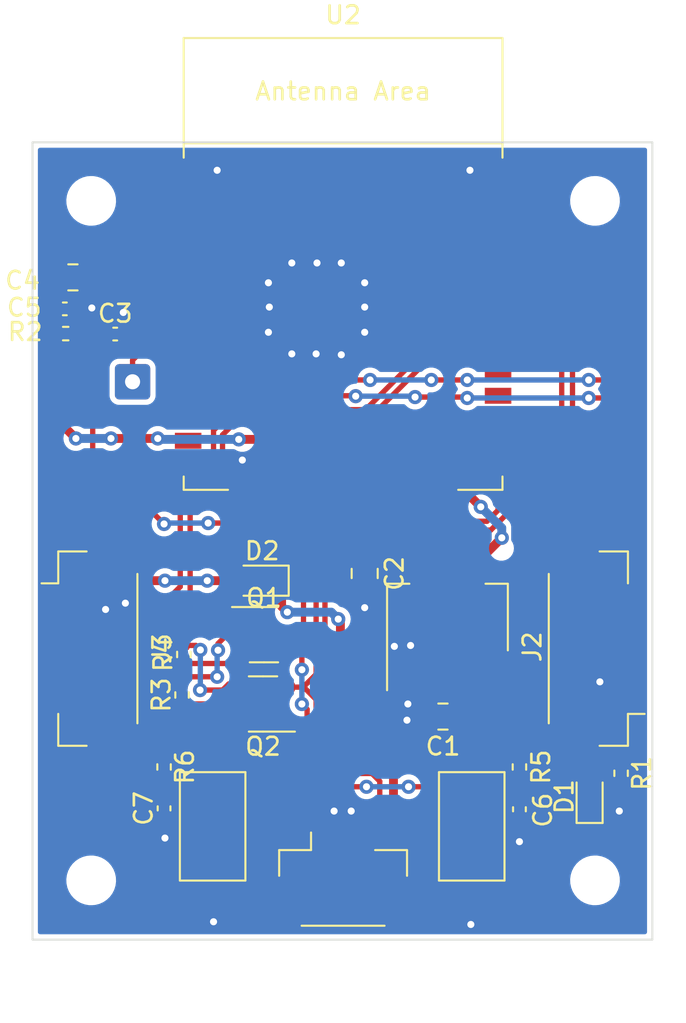
<source format=kicad_pcb>
(kicad_pcb (version 20211014) (generator pcbnew)
  (layers (0 "F.Cu" signal) (31 "B.Cu" power) (34 "B.Paste" user) (35 "F.Paste" user) (36 "B.SilkS" user "B.Silkscreen") (37 "F.SilkS" user "F.Silkscreen") (38 "B.Mask" user) (39 "F.Mask" user) (44 "Edge.Cuts" user))
  (net 0 "")
  (net 1 "VCC")
  (net 2 "GND")
  (net 3 "+3.3V")
  (net 4 "/EN")
  (net 5 "/Boot")
  (net 6 "Net-(D1-Pad2)")
  (net 7 "/ADC_OUT")
  (net 8 "/SDA")
  (net 9 "/SCK")
  (net 10 "/Btn_L")
  (net 11 "/Btn_R")
  (net 12 "/PR_TX")
  (net 13 "/PR_RX")
  (net 14 "/CTS")
  (net 15 "/DTR")
  (net 16 "/C-Data")
  (net 17 "Net-(Q1-Pad1)")
  (net 18 "Net-(Q2-Pad1)")
  (net 19 "Net-(R5-Pad1)")
  (net 20 "Net-(R6-Pad1)")
  (net 45 "Net-(D2-Pad2)")
  (footprint "Connector_JST:JST_GH_BM06B-GHS-TBT_1x06-1MP_P1.25mm_Vertical" (layer "F.Cu") (at 111.76 84.455 90)
    (fp_text reference "J2" (at 0.1016 -3.5428 90) (layer "F.SilkS"))
    (fp_text value "Conn_01x06_Male")
    (pad "1" smd roundrect (at -3.125 1.95 90) (size 0.6 1.7) (layers "F.Cu" "F.Paste" "F.Mask") (net 3 "+3.3V"))
    (pad "2" smd roundrect (at -1.875 1.95 90) (size 0.6 1.7) (layers "F.Cu" "F.Paste" "F.Mask") (net 2 "GND"))
    (pad "3" smd roundrect (at -0.625 1.95 90) (size 0.6 1.7) (layers "F.Cu" "F.Paste" "F.Mask") (net 8 "/SDA"))
    (pad "4" smd roundrect (at 0.625 1.95 90) (size 0.6 1.7) (layers "F.Cu" "F.Paste" "F.Mask") (net 9 "/SCK"))
    (pad "5" smd roundrect (at 1.875 1.95 90) (size 0.6 1.7) (layers "F.Cu" "F.Paste" "F.Mask") (net 10 "/Btn_L"))
    (pad "6" smd roundrect (at 3.125 1.95 90) (size 0.6 1.7) (layers "F.Cu" "F.Paste" "F.Mask") (net 11 "/Btn_R"))
    (pad "MP" smd roundrect (at 4.975 -1.4 90) (size 1 2.8) (layers "F.Cu" "F.Paste" "F.Mask"))
    (pad "MP" smd roundrect (at -4.975 -1.4 90) (size 1 2.8) (layers "F.Cu" "F.Paste" "F.Mask"))
  )
  (footprint "Capacitor_SMD:C_0402_1005Metric_Pad0.74x0.62mm_HandSolder" (layer "F.Cu") (at 107.4928 93.5228 90)
    (fp_text reference "C6" (at -0.0508 1.3208 90) (layer "F.SilkS"))
    (fp_text value "0.1u")
    (pad "1" smd roundrect (at -0.5675 0 90) (size 0.735 0.62) (layers "F.Cu" "F.Paste" "F.Mask") (net 2 "GND"))
    (pad "2" smd roundrect (at 0.5675 0 90) (size 0.735 0.62) (layers "F.Cu" "F.Paste" "F.Mask") (net 5 "/Boot"))
  )
  (footprint "Package_TO_SOT_SMD:SOT-23-3" (layer "F.Cu") (at 93.0656 83.6676)
    (fp_text reference "Q1" (at 0 -2.0828) (layer "F.SilkS"))
    (fp_text value "SS8050-G")
    (pad "1" smd roundrect locked (at -1.1375 -0.95) (size 1.325 0.6) (layers "F.Cu" "F.Paste" "F.Mask") (net 17 "Net-(Q1-Pad1)"))
    (pad "2" smd roundrect locked (at -1.1375 0.95) (size 1.325 0.6) (layers "F.Cu" "F.Paste" "F.Mask") (net 14 "/CTS"))
    (pad "3" smd roundrect locked (at 1.1375 0) (size 1.325 0.6) (layers "F.Cu" "F.Paste" "F.Mask") (net 4 "/EN"))
  )
  (footprint "Connector_Wire:SolderWire-0.25sqmm_1x01_D0.65mm_OD2mm" (layer "F.Cu") (at 85.6488 69.3928)
    (fp_text reference "J1")
    (fp_text value "Conn_01x01")
    (pad "1" thru_hole roundrect (at 0 0) (size 2 2) (drill 0.85) (layers *.Cu *.Mask) (roundrect_rratio 0.125) (net 7 "/ADC_OUT"))
  )
  (footprint "Capacitor_SMD:C_0805_2012Metric" (layer "F.Cu") (at 82.2808 63.5)
    (fp_text reference "C4" (at -2.846041 0.1768) (layer "F.SilkS"))
    (fp_text value "22u")
    (pad "1" smd roundrect (at -0.95 0) (size 1 1.45) (layers "F.Cu" "F.Paste" "F.Mask") (net 3 "+3.3V"))
    (pad "2" smd roundrect (at 0.95 0) (size 1 1.45) (layers "F.Cu" "F.Paste" "F.Mask") (net 2 "GND"))
  )
  (footprint "MountingHole:MountingHole_2.2mm_M2" (layer "F.Cu") (at 83.312 97.536)
    (fp_text reference "H2")
    (fp_text value "MountingHole")
    (pad "" np_thru_hole circle (at 0 0) (size 2.2 2.2) (drill 2.2) (layers *.Cu *.Mask))
  )
  (footprint "Diode_SMD:D_SOD-323F" (layer "F.Cu") (at 92.964 80.6196 180)
    (fp_text reference "D2" (at 0 1.6764) (layer "F.SilkS"))
    (fp_text value "BAT760-7")
    (pad "1" smd rect (at -1.1 0 180) (size 0.5 0.5) (layers "F.Cu" "F.Paste" "F.Mask") (net 1 "VCC"))
    (pad "2" smd rect (at 1.1 0 180) (size 0.5 0.5) (layers "F.Cu" "F.Paste" "F.Mask") (net 45 "Net-(D2-Pad2)"))
  )
  (footprint "Capacitor_SMD:C_0805_2012Metric" (layer "F.Cu") (at 98.7552 80.2132 -90)
    (fp_text reference "C2" (at 0 -1.68 90) (layer "F.SilkS"))
    (fp_text value "22u")
    (pad "1" smd roundrect (at -0.95 0 270) (size 1 1.45) (layers "F.Cu" "F.Paste" "F.Mask") (net 3 "+3.3V"))
    (pad "2" smd roundrect (at 0.95 0 270) (size 1 1.45) (layers "F.Cu" "F.Paste" "F.Mask") (net 2 "GND"))
  )
  (footprint "Resistor_SMD:R_0402_1005Metric" (layer "F.Cu") (at 81.873159 66.674)
    (fp_text reference "R2" (at -2.286 -0.1016) (layer "F.SilkS"))
    (fp_text value "10K")
    (pad "1" smd roundrect (at -0.51 0) (size 0.54 0.64) (layers "F.Cu" "F.Paste" "F.Mask") (net 3 "+3.3V"))
    (pad "2" smd roundrect (at 0.51 0) (size 0.54 0.64) (layers "F.Cu" "F.Paste" "F.Mask") (net 4 "/EN"))
  )
  (footprint "Capacitor_SMD:C_0402_1005Metric" (layer "F.Cu") (at 84.6684 66.7004)
    (fp_text reference "C3" (at 0 -1.16) (layer "F.SilkS"))
    (fp_text value "0.1u")
    (pad "1" smd roundrect (at -0.48 0) (size 0.56 0.62) (layers "F.Cu" "F.Paste" "F.Mask") (net 4 "/EN"))
    (pad "2" smd roundrect (at 0.48 0) (size 0.56 0.62) (layers "F.Cu" "F.Paste" "F.Mask") (net 2 "GND"))
  )
  (footprint "LED_SMD:LED_0603_1608Metric" (layer "F.Cu") (at 111.4552 92.8116 90)
    (fp_text reference "D1" (at 0 -1.43 90) (layer "F.SilkS"))
    (fp_text value "RED LED")
    (pad "1" smd roundrect (at -0.7875 0 90) (size 0.875 0.95) (layers "F.Cu" "F.Paste" "F.Mask") (net 2 "GND"))
    (pad "2" smd roundrect (at 0.7875 0 90) (size 0.875 0.95) (layers "F.Cu" "F.Paste" "F.Mask") (net 6 "Net-(D1-Pad2)"))
  )
  (footprint "Resistor_SMD:R_0402_1005Metric" (layer "F.Cu") (at 107.4928 91.1352 -90)
    (fp_text reference "R5" (at 0.002 -1.2192 90) (layer "F.SilkS"))
    (fp_text value "4.7K")
    (pad "1" smd roundrect (at -0.51 0 270) (size 0.54 0.64) (layers "F.Cu" "F.Paste" "F.Mask") (net 19 "Net-(R5-Pad1)"))
    (pad "2" smd roundrect (at 0.51 0 270) (size 0.54 0.64) (layers "F.Cu" "F.Paste" "F.Mask") (net 5 "/Boot"))
  )
  (footprint "MountingHole:MountingHole_2.2mm_M2" (layer "F.Cu") (at 83.312 59.182)
    (fp_text reference "H1")
    (fp_text value "MountingHole")
    (pad "" np_thru_hole circle (at 0 0) (size 2.2 2.2) (drill 2.2) (layers *.Cu *.Mask))
  )
  (footprint "Resistor_SMD:R_0402_1005Metric" (layer "F.Cu") (at 113.2332 91.4908 -90)
    (fp_text reference "R1" (at 0 -1.17 90) (layer "F.SilkS"))
    (fp_text value "4.7K")
    (pad "1" smd roundrect (at -0.51 0 270) (size 0.54 0.64) (layers "F.Cu" "F.Paste" "F.Mask") (net 3 "+3.3V"))
    (pad "2" smd roundrect (at 0.51 0 270) (size 0.54 0.64) (layers "F.Cu" "F.Paste" "F.Mask") (net 6 "Net-(D1-Pad2)"))
  )
  (footprint "Resistor_SMD:R_0402_1005Metric" (layer "F.Cu") (at 88.4428 87.0712 90)
    (fp_text reference "R3" (at 0 -1.17 90) (layer "F.SilkS"))
    (fp_text value "10K")
    (pad "1" smd roundrect (at -0.51 0 90) (size 0.54 0.64) (layers "F.Cu" "F.Paste" "F.Mask") (net 15 "/DTR"))
    (pad "2" smd roundrect (at 0.51 0 90) (size 0.54 0.64) (layers "F.Cu" "F.Paste" "F.Mask") (net 17 "Net-(Q1-Pad1)"))
  )
  (footprint "Capacitor_SMD:C_0805_2012Metric" (layer "F.Cu") (at 103.1748 88.2904 180)
    (fp_text reference "C1" (at 0 -1.68) (layer "F.SilkS"))
    (fp_text value "22u")
    (pad "1" smd roundrect (at -0.95 0 180) (size 1 1.45) (layers "F.Cu" "F.Paste" "F.Mask") (net 1 "VCC"))
    (pad "2" smd roundrect (at 0.95 0 180) (size 1 1.45) (layers "F.Cu" "F.Paste" "F.Mask") (net 2 "GND"))
  )
  (footprint "MountingHole:MountingHole_2.2mm_M2" (layer "F.Cu") (at 111.76 97.536)
    (fp_text reference "H4")
    (fp_text value "MountingHole")
    (pad "" np_thru_hole circle (at 0 0) (size 2.2 2.2) (drill 2.2) (layers *.Cu *.Mask))
  )
  (footprint "Resistor_SMD:R_0402_1005Metric" (layer "F.Cu") (at 88.5444 84.7852 90)
    (fp_text reference "R4" (at 0 -1.17 90) (layer "F.SilkS"))
    (fp_text value "10K")
    (pad "1" smd roundrect (at -0.51 0 90) (size 0.54 0.64) (layers "F.Cu" "F.Paste" "F.Mask") (net 14 "/CTS"))
    (pad "2" smd roundrect (at 0.51 0 90) (size 0.54 0.64) (layers "F.Cu" "F.Paste" "F.Mask") (net 18 "Net-(Q2-Pad1)"))
  )
  (footprint "Capacitor_SMD:C_0402_1005Metric" (layer "F.Cu") (at 81.8236 65.278)
    (fp_text reference "C5" (at -2.287241 -0.0772) (layer "F.SilkS"))
    (fp_text value "0.1u")
    (pad "1" smd roundrect (at -0.48 0) (size 0.56 0.62) (layers "F.Cu" "F.Paste" "F.Mask") (net 3 "+3.3V"))
    (pad "2" smd roundrect (at 0.48 0) (size 0.56 0.62) (layers "F.Cu" "F.Paste" "F.Mask") (net 2 "GND"))
  )
  (footprint "Connector_JST:JST_GH_BM06B-GHS-TBT_1x06-1MP_P1.25mm_Vertical" (layer "F.Cu") (at 83.312 84.455 -90)
    (fp_text reference "J3" (at 0 -4 -90) (layer "F.SilkS"))
    (fp_text value "Conn_01x06_Male")
    (pad "1" smd roundrect (at -3.125 1.95 270) (size 0.6 1.7) (layers "F.Cu" "F.Paste" "F.Mask") (net 45 "Net-(D2-Pad2)"))
    (pad "2" smd roundrect (at -1.875 1.95 270) (size 0.6 1.7) (layers "F.Cu" "F.Paste" "F.Mask") (net 2 "GND"))
    (pad "3" smd roundrect (at -0.625 1.95 270) (size 0.6 1.7) (layers "F.Cu" "F.Paste" "F.Mask") (net 12 "/PR_TX"))
    (pad "4" smd roundrect (at 0.625 1.95 270) (size 0.6 1.7) (layers "F.Cu" "F.Paste" "F.Mask") (net 13 "/PR_RX"))
    (pad "5" smd roundrect (at 1.875 1.95 270) (size 0.6 1.7) (layers "F.Cu" "F.Paste" "F.Mask") (net 14 "/CTS"))
    (pad "6" smd roundrect (at 3.125 1.95 270) (size 0.6 1.7) (layers "F.Cu" "F.Paste" "F.Mask") (net 15 "/DTR"))
    (pad "MP" smd roundrect (at 4.975 -1.4 270) (size 1 2.8) (layers "F.Cu" "F.Paste" "F.Mask"))
    (pad "MP" smd roundrect (at -4.975 -1.4 270) (size 1 2.8) (layers "F.Cu" "F.Paste" "F.Mask"))
  )
  (footprint "Capacitor_SMD:C_0402_1005Metric_Pad0.74x0.62mm_HandSolder" (layer "F.Cu") (at 87.4268 93.472 90)
    (fp_text reference "C7" (at 0 -1.16 90) (layer "F.SilkS"))
    (fp_text value "0.1u")
    (pad "1" smd roundrect (at -0.5675 0 90) (size 0.735 0.62) (layers "F.Cu" "F.Paste" "F.Mask") (net 2 "GND"))
    (pad "2" smd roundrect (at 0.5675 0 90) (size 0.735 0.62) (layers "F.Cu" "F.Paste" "F.Mask") (net 4 "/EN"))
  )
  (footprint "Connector_JST:JST_GH_SM03B-GHS-TB_1x03-1MP_P1.25mm_Horizontal" (layer "F.Cu") (at 97.536 97.536)
    (fp_text reference "J4")
    (fp_text value "Conn_01x03_Male")
    (pad "1" smd roundrect (at -1.25 -1.85) (size 0.6 1.7) (layers "F.Cu" "F.Paste" "F.Mask") (net 1 "VCC"))
    (pad "2" smd roundrect (at 0 -1.85) (size 0.6 1.7) (layers "F.Cu" "F.Paste" "F.Mask") (net 2 "GND"))
    (pad "3" smd roundrect (at 1.25 -1.85) (size 0.6 1.7) (layers "F.Cu" "F.Paste" "F.Mask") (net 16 "/C-Data"))
    (pad "MP" smd roundrect (at 3.1 1.35) (size 1 2.7) (layers "F.Cu" "F.Paste" "F.Mask"))
    (pad "MP" smd roundrect (at -3.1 1.35) (size 1 2.7) (layers "F.Cu" "F.Paste" "F.Mask"))
  )
  (footprint "Espressif:ESP32-WROOM-32E" (layer "F.Cu") (at 97.536 64.492)
    (fp_text reference "U2" (at 0 -15.8) (layer "F.SilkS"))
    (fp_text value "ESP32-WROOM-E")
    (fp_text user "Antenna Area" (at 0 -11.5) (layer "F.SilkS"))
    (pad "1" smd rect (at -8.75 -7.01) (size 1.5 0.9) (layers "F.Cu" "F.Paste" "F.Mask") (net 2 "GND"))
    (pad "2" smd rect (at -8.75 -5.74) (size 1.5 0.9) (layers "F.Cu" "F.Paste" "F.Mask") (net 3 "+3.3V"))
    (pad "3" smd rect (at -8.75 -4.47) (size 1.5 0.9) (layers "F.Cu" "F.Paste" "F.Mask") (net 4 "/EN"))
    (pad "4" smd rect (at -8.75 -3.2) (size 1.5 0.9) (layers "F.Cu" "F.Paste" "F.Mask"))
    (pad "5" smd rect (at -8.75 -1.93) (size 1.5 0.9) (layers "F.Cu" "F.Paste" "F.Mask"))
    (pad "6" smd rect (at -8.75 -0.66) (size 1.5 0.9) (layers "F.Cu" "F.Paste" "F.Mask"))
    (pad "7" smd rect (at -8.75 0.61) (size 1.5 0.9) (layers "F.Cu" "F.Paste" "F.Mask"))
    (pad "8" smd rect (at -8.75 1.88) (size 1.5 0.9) (layers "F.Cu" "F.Paste" "F.Mask") (net 7 "/ADC_OUT"))
    (pad "9" smd rect (at -8.75 3.15) (size 1.5 0.9) (layers "F.Cu" "F.Paste" "F.Mask"))
    (pad "10" smd rect (at -8.75 4.42) (size 1.5 0.9) (layers "F.Cu" "F.Paste" "F.Mask") (net 11 "/Btn_R"))
    (pad "11" smd rect (at -8.75 5.69) (size 1.5 0.9) (layers "F.Cu" "F.Paste" "F.Mask") (net 10 "/Btn_L"))
    (pad "12" smd rect (at -8.75 6.96) (size 1.5 0.9) (layers "F.Cu" "F.Paste" "F.Mask"))
    (pad "13" smd rect (at -8.75 8.23) (size 1.5 0.9) (layers "F.Cu" "F.Paste" "F.Mask"))
    (pad "14" smd rect (at -8.75 9.5) (size 1.5 0.9) (layers "F.Cu" "F.Paste" "F.Mask"))
    (pad "15" smd rect (at -5.72 10.75 90) (size 1.5 0.9) (layers "F.Cu" "F.Paste" "F.Mask") (net 2 "GND"))
    (pad "16" smd rect (at -4.45 10.75 90) (size 1.5 0.9) (layers "F.Cu" "F.Paste" "F.Mask"))
    (pad "17" smd rect (at -3.18 10.75 90) (size 1.5 0.9) (layers "F.Cu" "F.Paste" "F.Mask"))
    (pad "18" smd rect (at -1.91 10.75 90) (size 1.5 0.9) (layers "F.Cu" "F.Paste" "F.Mask"))
    (pad "19" smd rect (at -0.64 10.75 90) (size 1.5 0.9) (layers "F.Cu" "F.Paste" "F.Mask"))
    (pad "20" smd rect (at 0.63 10.75 90) (size 1.5 0.9) (layers "F.Cu" "F.Paste" "F.Mask"))
    (pad "21" smd rect (at 1.9 10.75 90) (size 1.5 0.9) (layers "F.Cu" "F.Paste" "F.Mask"))
    (pad "22" smd rect (at 3.17 10.75 90) (size 1.5 0.9) (layers "F.Cu" "F.Paste" "F.Mask"))
    (pad "23" smd rect (at 4.44 10.75 90) (size 1.5 0.9) (layers "F.Cu" "F.Paste" "F.Mask"))
    (pad "24" smd rect (at 5.71 10.75 90) (size 1.5 0.9) (layers "F.Cu" "F.Paste" "F.Mask"))
    (pad "25" smd rect (at 8.75 9.5 180) (size 1.5 0.9) (layers "F.Cu" "F.Paste" "F.Mask") (net 5 "/Boot"))
    (pad "26" smd rect (at 8.75 8.23 180) (size 1.5 0.9) (layers "F.Cu" "F.Paste" "F.Mask"))
    (pad "27" smd rect (at 8.75 6.96 180) (size 1.5 0.9) (layers "F.Cu" "F.Paste" "F.Mask") (net 16 "/C-Data"))
    (pad "28" smd rect (at 8.75 5.69 180) (size 1.5 0.9) (layers "F.Cu" "F.Paste" "F.Mask"))
    (pad "29" smd rect (at 8.75 4.42 180) (size 1.5 0.9) (layers "F.Cu" "F.Paste" "F.Mask"))
    (pad "30" smd rect (at 8.75 3.15 180) (size 1.5 0.9) (layers "F.Cu" "F.Paste" "F.Mask"))
    (pad "31" smd rect (at 8.75 1.88 180) (size 1.5 0.9) (layers "F.Cu" "F.Paste" "F.Mask"))
    (pad "32" smd rect (at 8.75 0.61 180) (size 1.5 0.9) (layers "F.Cu" "F.Paste" "F.Mask"))
    (pad "33" smd rect (at 8.75 -0.66 180) (size 1.5 0.9) (layers "F.Cu" "F.Paste" "F.Mask") (net 8 "/SDA"))
    (pad "34" smd rect (at 8.75 -1.93 180) (size 1.5 0.9) (layers "F.Cu" "F.Paste" "F.Mask") (net 13 "/PR_RX"))
    (pad "35" smd rect (at 8.75 -3.2 180) (size 1.5 0.9) (layers "F.Cu" "F.Paste" "F.Mask") (net 12 "/PR_TX"))
    (pad "36" smd rect (at 8.75 -4.47 180) (size 1.5 0.9) (layers "F.Cu" "F.Paste" "F.Mask") (net 9 "/SCK"))
    (pad "37" smd rect (at 8.75 -5.74 180) (size 1.5 0.9) (layers "F.Cu" "F.Paste" "F.Mask"))
    (pad "38" smd rect (at 8.75 -7.01 180) (size 1.5 0.9) (layers "F.Cu" "F.Paste" "F.Mask") (net 2 "GND"))
    (pad "39" smd rect (at -1.5 2.11 180) (size 0.9 0.9) (layers "F.Cu" "F.Paste" "F.Mask") (net 2 "GND"))
    (pad "39" smd rect (at -1.5 -0.69 180) (size 0.9 0.9) (layers "F.Cu" "F.Paste" "F.Mask") (net 2 "GND"))
    (pad "39" smd rect (at -0.1 -0.69 180) (size 0.9 0.9) (layers "F.Cu" "F.Paste" "F.Mask") (net 2 "GND"))
    (pad "39" smd rect (at -0.1 0.71 180) (size 0.9 0.9) (layers "F.Cu" "F.Paste" "F.Mask") (net 2 "GND"))
    (pad "39" smd rect (at -0.1 2.11 180) (size 0.9 0.9) (layers "F.Cu" "F.Paste" "F.Mask") (net 2 "GND"))
    (pad "39" smd rect (at -2.9 0.71 180) (size 0.9 0.9) (layers "F.Cu" "F.Paste" "F.Mask") (net 2 "GND"))
    (pad "39" smd rect (at -2.9 2.11 180) (size 0.9 0.9) (layers "F.Cu" "F.Paste" "F.Mask") (net 2 "GND"))
    (pad "39" smd rect (at -2.9 -0.69 180) (size 0.9 0.9) (layers "F.Cu" "F.Paste" "F.Mask") (net 2 "GND"))
    (pad "39" smd rect (at -1.5 0.71 180) (size 0.9 0.9) (layers "F.Cu" "F.Paste" "F.Mask") (net 2 "GND"))
  )
  (footprint "Button_Switch_SMD:SW_SPST_CK_RS282G05A3" (layer "F.Cu") (at 104.8004 94.488 90)
    (fp_text reference "SW1")
    (fp_text value "SW_Push")
    (pad "1" smd rect (at -3.9 0 90) (size 1.5 1.5) (layers "F.Cu" "F.Paste" "F.Mask") (net 2 "GND"))
    (pad "2" smd rect (at 3.9 0 90) (size 1.5 1.5) (layers "F.Cu" "F.Paste" "F.Mask") (net 19 "Net-(R5-Pad1)"))
  )
  (footprint "Package_TO_SOT_SMD:SOT-23-3" (layer "F.Cu") (at 93.0148 87.5792 180)
    (fp_text reference "Q2" (at 0 -2.4) (layer "F.SilkS"))
    (fp_text value "SS8050-G")
    (pad "1" smd roundrect locked (at -1.1375 -0.95 180) (size 1.325 0.6) (layers "F.Cu" "F.Paste" "F.Mask") (net 18 "Net-(Q2-Pad1)"))
    (pad "2" smd roundrect locked (at -1.1375 0.95 180) (size 1.325 0.6) (layers "F.Cu" "F.Paste" "F.Mask") (net 5 "/Boot"))
    (pad "3" smd roundrect locked (at 1.1375 0 180) (size 1.325 0.6) (layers "F.Cu" "F.Paste" "F.Mask") (net 15 "/DTR"))
  )
  (footprint "Button_Switch_SMD:SW_SPST_CK_RS282G05A3" (layer "F.Cu") (at 90.17 94.488 90)
    (fp_text reference "SW2")
    (fp_text value "SW_Push")
    (pad "1" smd rect (at -3.9 0 90) (size 1.5 1.5) (layers "F.Cu" "F.Paste" "F.Mask") (net 2 "GND"))
    (pad "2" smd rect (at 3.9 0 90) (size 1.5 1.5) (layers "F.Cu" "F.Paste" "F.Mask") (net 20 "Net-(R6-Pad1)"))
  )
  (footprint "Package_TO_SOT_SMD:SOT-223-3_TabPin2" (layer "F.Cu") (at 103.4288 82.7024 90)
    (fp_text reference "U1")
    (fp_text value "AMS1117-3.3")
    (pad "1" smd rect (at -3.15 -2.3 90) (size 2 1.5) (layers "F.Cu" "F.Paste" "F.Mask") (net 2 "GND"))
    (pad "2" smd rect (at -3.15 0 90) (size 2 1.5) (layers "F.Cu" "F.Paste" "F.Mask") (net 3 "+3.3V"))
    (pad "2" smd rect (at 3.15 0 90) (size 2 3.8) (layers "F.Cu" "F.Paste" "F.Mask") (net 3 "+3.3V"))
    (pad "3" smd rect (at -3.15 2.3 90) (size 2 1.5) (layers "F.Cu" "F.Paste" "F.Mask") (net 1 "VCC"))
  )
  (footprint "Resistor_SMD:R_0402_1005Metric" (layer "F.Cu") (at 87.4268 91.1352 -90)
    (fp_text reference "R6" (at 0 -1.17 90) (layer "F.SilkS"))
    (fp_text value "4.7K")
    (pad "1" smd roundrect (at -0.51 0 270) (size 0.54 0.64) (layers "F.Cu" "F.Paste" "F.Mask") (net 20 "Net-(R6-Pad1)"))
    (pad "2" smd roundrect (at 0.51 0 270) (size 0.54 0.64) (layers "F.Cu" "F.Paste" "F.Mask") (net 4 "/EN"))
  )
  (footprint "MountingHole:MountingHole_2.2mm_M2" (layer "F.Cu") (at 111.76 59.182)
    (fp_text reference "H3")
    (fp_text value "MountingHole")
    (pad "" np_thru_hole circle (at 0 0) (size 2.2 2.2) (drill 2.2) (layers *.Cu *.Mask))
  )
  (gr_line (start 115 55.88) (end 115 100.88) (layer "Edge.Cuts") (width 0.1))
  (gr_line (start 80 55.88) (end 80 100.88) (layer "Edge.Cuts") (width 0.1))
  (gr_line (start 80 55.88) (end 115 55.88) (layer "Edge.Cuts") (width 0.1))
  (gr_line (start 80 100.88) (end 115 100.88) (layer "Edge.Cuts") (width 0.1))
  (segment (start 99.2632 97.3836) (end 100.3808 96.266) (width 0.5) (layer "F.Cu") (net 1))
  (segment (start 104.1248 88.6612) (end 104.1248 88.2904) (width 0.5) (layer "F.Cu") (net 1))
  (segment (start 96.286 95.686) (end 96.286 97.0988) (width 0.5) (layer "F.Cu") (net 1))
  (segment (start 97.3836 82.91095) (end 97.3836 89.2556) (width 0.5) (layer "F.Cu") (net 1))
  (segment (start 94.064 82.0752) (end 94.3864 82.3976) (width 0.5) (layer "F.Cu") (net 1))
  (segment (start 98.2472 90.1192) (end 101.4984 90.1192) (width 0.5) (layer "F.Cu") (net 1))
  (segment (start 94.064 80.6196) (end 94.064 82.0752) (width 0.5) (layer "F.Cu") (net 1))
  (segment (start 101.4984 90.1192) (end 102.6668 90.1192) (width 0.5) (layer "F.Cu") (net 1))
  (segment (start 96.5708 97.3836) (end 99.2632 97.3836) (width 0.5) (layer "F.Cu") (net 1))
  (segment (start 96.286 97.0988) (end 96.5708 97.3836) (width 0.5) (layer "F.Cu") (net 1))
  (segment (start 102.6668 90.1192) (end 104.1248 88.6612) (width 0.5) (layer "F.Cu") (net 1))
  (segment (start 97.2615 82.78885) (end 97.3836 82.91095) (width 0.5) (layer "F.Cu") (net 1))
  (segment (start 97.3836 89.2556) (end 98.2472 90.1192) (width 0.5) (layer "F.Cu") (net 1))
  (segment (start 100.3808 96.266) (end 100.3808 90.1192) (width 0.5) (layer "F.Cu") (net 1))
  (segment (start 100.3808 90.1192) (end 101.4984 90.1192) (width 0.5) (layer "F.Cu") (net 1))
  (via (at 94.3864 82.3976) (size 0.8) (drill 0.4) (layers "F.Cu" "B.Cu") (net 1))
  (via (at 97.2615 82.78885) (size 0.8) (drill 0.4) (layers "F.Cu" "B.Cu") (net 1))
  (segment (start 97.2615 82.78885) (end 96.87025 82.3976) (width 0.5) (layer "B.Cu") (net 1))
  (segment (start 96.87025 82.3976) (end 94.3864 82.3976) (width 0.5) (layer "B.Cu") (net 1))
  (segment (start 104.8004 98.3372) (end 104.8004 99.9744) (width 0.3) (layer "F.Cu") (net 2))
  (segment (start 113.1316 93.6244) (end 111.4805 93.6244) (width 0.5) (layer "F.Cu") (net 2))
  (segment (start 104.6988 57.4548) (end 106.2588 57.4548) (width 0.5) (layer "F.Cu") (net 2))
  (segment (start 90.17 98.388) (end 90.17 99.822) (width 0.3) (layer "F.Cu") (net 2))
  (segment (start 91.816 75.242) (end 91.816 73.8428) (width 0.5) (layer "F.Cu") (net 2))
  (segment (start 83.2968 65.278) (end 83.3476 65.2272) (width 0.5) (layer "F.Cu") (net 2))
  (segment (start 83.2308 65.1104) (end 83.3476 65.2272) (width 0.5) (layer "F.Cu") (net 2))
  (segment (start 90.17 99.822) (end 90.2208 99.8728) (width 0.3) (layer "F.Cu") (net 2))
  (segment (start 90.3968 57.482) (end 90.424 57.4548) (width 0.5) (layer "F.Cu") (net 2))
  (segment (start 88.786 57.482) (end 90.3968 57.482) (width 0.5) (layer "F.Cu") (net 2))
  (segment (start 83.2308 63.5) (end 83.2308 65.1104) (width 0.5) (layer "F.Cu") (net 2))
  (segment (start 111.4805 93.6244) (end 111.4552 93.5991) (width 0.5) (layer "F.Cu") (net 2))
  (segment (start 106.2588 57.4548) (end 106.286 57.482) (width 0.5) (layer "F.Cu") (net 2))
  (segment (start 82.3036 65.278) (end 83.2968 65.278) (width 0.5) (layer "F.Cu") (net 2))
  (segment (start 107.4928 94.0903) (end 107.4928 95.3516) (width 0.3) (layer "F.Cu") (net 2))
  (segment (start 87.4268 95.0976) (end 87.4776 95.1484) (width 0.3) (layer "F.Cu") (net 2))
  (segment (start 87.4268 94.0395) (end 87.4268 95.0976) (width 0.3) (layer "F.Cu") (net 2))
  (segment (start 85.1484 66.7004) (end 85.1484 65.504) (width 0.5) (layer "F.Cu") (net 2))
  (segment (start 85.1484 65.504) (end 85.1256 65.4812) (width 0.5) (layer "F.Cu") (net 2))
  (segment (start 104.8004 99.9744) (end 104.7496 100.0252) (width 0.3) (layer "F.Cu") (net 2))
  (segment (start 91.816 73.8428) (end 91.8464 73.8124) (width 0.5) (layer "F.Cu") (net 2))
  (segment (start 112.0348 86.33) (end 113.71 86.33) (width 0.5) (layer "F.Cu") (net 2))
  (via (at 101.1428 88.4936) (size 0.8) (drill 0.4) (layers "F.Cu" "B.Cu") (net 2))
  (via (at 93.3196 66.5988) (size 0.8) (drill 0.4) (layers "F.Cu" "B.Cu") (net 2))
  (via (at 90.2208 99.8728) (size 0.8) (drill 0.4) (layers "F.Cu" "B.Cu") (net 2))
  (via (at 87.4776 95.1484) (size 0.8) (drill 0.4) (layers "F.Cu" "B.Cu") (net 2))
  (via (at 101.1936 87.5792) (size 0.8) (drill 0.4) (layers "F.Cu" "B.Cu") (net 2))
  (via (at 112.0348 86.33) (size 0.8) (drill 0.4) (layers "F.Cu" "B.Cu") (net 2))
  (via (at 93.3196 63.8048) (size 0.8) (drill 0.4) (layers "F.Cu" "B.Cu") (net 2))
  (via (at 98.7552 82.1436) (size 0.8) (drill 0.4) (layers "F.Cu" "B.Cu") (net 2))
  (via (at 97.9932 93.6244) (size 0.8) (drill 0.4) (layers "F.Cu" "B.Cu") (net 2))
  (via (at 84.1248 82.2452) (size 0.8) (drill 0.4) (layers "F.Cu" "B.Cu") (net 2))
  (via (at 97.028 93.6244) (size 0.8) (drill 0.4) (layers "F.Cu" "B.Cu") (net 2))
  (via (at 97.4344 62.6872) (size 0.8) (drill 0.4) (layers "F.Cu" "B.Cu") (net 2))
  (via (at 90.424 57.4548) (size 0.8) (drill 0.4) (layers "F.Cu" "B.Cu") (net 2))
  (via (at 104.7496 100.0252) (size 0.8) (drill 0.4) (layers "F.Cu" "B.Cu") (net 2))
  (via (at 98.7552 63.8048) (size 0.8) (drill 0.4) (layers "F.Cu" "B.Cu") (net 2))
  (via (at 101.346 84.2772) (size 0.8) (drill 0.4) (layers "F.Cu" "B.Cu") (net 2))
  (via (at 85.1256 65.4812) (size 0.8) (drill 0.4) (layers "F.Cu" "B.Cu") (net 2))
  (via (at 91.8464 73.8124) (size 0.8) (drill 0.4) (layers "F.Cu" "B.Cu") (net 2))
  (via (at 96.012 67.818) (size 0.8) (drill 0.4) (layers "F.Cu" "B.Cu") (net 2))
  (via (at 98.7552 66.5988) (size 0.8) (drill 0.4) (layers "F.Cu" "B.Cu") (net 2))
  (via (at 85.2424 81.8896) (size 0.8) (drill 0.4) (layers "F.Cu" "B.Cu") (net 2))
  (via (at 100.4316 84.328) (size 0.8) (drill 0.4) (layers "F.Cu" "B.Cu") (net 2))
  (via (at 94.6404 62.6872) (size 0.8) (drill 0.4) (layers "F.Cu" "B.Cu") (net 2))
  (via (at 96.0628 62.6872) (size 0.8) (drill 0.4) (layers "F.Cu" "B.Cu") (net 2))
  (via (at 107.4928 95.3516) (size 0.8) (drill 0.4) (layers "F.Cu" "B.Cu") (net 2))
  (via (at 94.6404 67.818) (size 0.8) (drill 0.4) (layers "F.Cu" "B.Cu") (net 2))
  (via (at 97.4344 67.8688) (size 0.8) (drill 0.4) (layers "F.Cu" "B.Cu") (net 2))
  (via (at 113.1316 93.6244) (size 0.8) (drill 0.4) (layers "F.Cu" "B.Cu") (net 2))
  (via (at 93.3704 65.1764) (size 0.8) (drill 0.4) (layers "F.Cu" "B.Cu") (net 2))
  (via (at 104.6988 57.4548) (size 0.8) (drill 0.4) (layers "F.Cu" "B.Cu") (net 2))
  (via (at 98.7552 65.1764) (size 0.8) (drill 0.4) (layers "F.Cu" "B.Cu") (net 2))
  (via (at 83.3476 65.2272) (size 0.8) (drill 0.4) (layers "F.Cu" "B.Cu") (net 2))
  (segment (start 103.4288 79.6544) (end 103.4288 79.5524) (width 0.5) (layer "F.Cu") (net 3))
  (segment (start 111.3544 87.58) (end 103.4288 79.6544) (width 0.5) (layer "F.Cu") (net 3))
  (segment (start 82.4484 72.5932) (end 81.363159 71.507959) (width 0.5) (layer "F.Cu") (net 3))
  (segment (start 87.0712 72.5932) (end 84.4296 72.5932) (width 0.5) (layer "F.Cu") (net 3))
  (segment (start 106.49673 78.20113) (end 105.14546 79.5524) (width 0.5) (layer "F.Cu") (net 3))
  (segment (start 113.2332 88.0568) (end 113.71 87.58) (width 0.5) (layer "F.Cu") (net 3))
  (segment (start 113.71 87.58) (end 111.3544 87.58) (width 0.5) (layer "F.Cu") (net 3))
  (segment (start 105.14546 79.5524) (end 103.4288 79.5524) (width 0.5) (layer "F.Cu") (net 3))
  (segment (start 81.3436 65.278) (end 81.3436 63.5128) (width 0.5) (layer "F.Cu") (net 3))
  (segment (start 91.6432 72.644) (end 103.5304 72.644) (width 0.5) (layer "F.Cu") (net 3))
  (segment (start 82.3468 62.0268) (end 81.3308 63.0428) (width 0.5) (layer "F.Cu") (net 3))
  (segment (start 81.3436 63.5128) (end 81.3308 63.5) (width 0.5) (layer "F.Cu") (net 3))
  (segment (start 104.5972 73.7108) (end 104.5972 75.7428) (width 0.5) (layer "F.Cu") (net 3))
  (segment (start 113.2332 90.9808) (end 113.2332 88.0568) (width 0.5) (layer "F.Cu") (net 3))
  (segment (start 84.582 62.0268) (end 82.3468 62.0268) (width 0.5) (layer "F.Cu") (net 3))
  (segment (start 103.5304 72.644) (end 104.5972 73.7108) (width 0.5) (layer "F.Cu") (net 3))
  (segment (start 81.363159 66.674) (end 81.363159 65.297559) (width 0.5) (layer "F.Cu") (net 3))
  (segment (start 87.8568 58.752) (end 88.786 58.752) (width 0.5) (layer "F.Cu") (net 3))
  (segment (start 87.8568 58.752) (end 84.582 62.0268) (width 0.5) (layer "F.Cu") (net 3))
  (segment (start 81.363159 71.507959) (end 81.363159 66.674) (width 0.5) (layer "F.Cu") (net 3))
  (segment (start 81.3308 63.0428) (end 81.3308 63.5) (width 0.5) (layer "F.Cu") (net 3))
  (segment (start 81.363159 65.297559) (end 81.3436 65.278) (width 0.5) (layer "F.Cu") (net 3))
  (segment (start 104.5972 75.7428) (end 105.3084 76.454) (width 0.5) (layer "F.Cu") (net 3))
  (via (at 105.3084 76.454) (size 0.8) (drill 0.4) (layers "F.Cu" "B.Cu") (net 3))
  (via (at 84.4296 72.5932) (size 0.8) (drill 0.4) (layers "F.Cu" "B.Cu") (net 3))
  (via (at 106.49673 78.20113) (size 0.8) (drill 0.4) (layers "F.Cu" "B.Cu") (net 3))
  (via (at 87.0712 72.5932) (size 0.8) (drill 0.4) (layers "F.Cu" "B.Cu") (net 3))
  (via (at 82.4484 72.5932) (size 0.8) (drill 0.4) (layers "F.Cu" "B.Cu") (net 3))
  (via (at 91.6432 72.644) (size 0.8) (drill 0.4) (layers "F.Cu" "B.Cu") (net 3))
  (segment (start 91.6432 72.644) (end 87.122 72.644) (width 0.5) (layer "B.Cu") (net 3))
  (segment (start 84.4296 72.5932) (end 82.4484 72.5932) (width 0.5) (layer "B.Cu") (net 3))
  (segment (start 106.49673 77.64233) (end 105.3084 76.454) (width 0.5) (layer "B.Cu") (net 3))
  (segment (start 87.122 72.644) (end 87.0712 72.5932) (width 0.5) (layer "B.Cu") (net 3))
  (segment (start 106.49673 78.20113) (end 106.49673 77.64233) (width 0.5) (layer "B.Cu") (net 3))
  (segment (start 95.208873 85.645973) (end 95.208873 84.083673) (width 0.3) (layer "F.Cu") (net 4))
  (segment (start 89.1032 92.6084) (end 92.6592 92.6084) (width 0.3) (layer "F.Cu") (net 4))
  (segment (start 94.7928 83.6676) (end 94.2031 83.6676) (width 0.3) (layer "F.Cu") (net 4))
  (segment (start 95.3008 83.1088) (end 95.3008 78.2828) (width 0.3) (layer "F.Cu") (net 4))
  (segment (start 92.6592 92.6084) (end 95.504 89.7636) (width 0.3) (layer "F.Cu") (net 4))
  (segment (start 84.1884 65.357739) (end 84.1884 66.7004) (width 0.3) (layer "F.Cu") (net 4))
  (segment (start 95.208873 84.083673) (end 94.7928 83.6676) (width 0.3) (layer "F.Cu") (net 4))
  (segment (start 87.4504 60.022) (end 88.786 60.022) (width 0.3) (layer "F.Cu") (net 4))
  (segment (start 84.1884 66.7004) (end 83.3984 66.7004) (width 0.3) (layer "F.Cu") (net 4))
  (segment (start 83.3984 66.7004) (end 82.409559 66.7004) (width 0.3) (layer "F.Cu") (net 4))
  (segment (start 87.4268 91.6452) (end 88.14 91.6452) (width 0.3) (layer "F.Cu") (net 4))
  (segment (start 85.88 63.666139) (end 84.1884 65.357739) (width 0.3) (layer "F.Cu") (net 4))
  (segment (start 88.14 91.6452) (end 89.1032 92.6084) (width 0.3) (layer "F.Cu") (net 4))
  (segment (start 94.742 83.6676) (end 95.1992 83.2104) (width 0.3) (layer "F.Cu") (net 4))
  (segment (start 95.3008 78.2828) (end 94.3864 77.3684) (width 0.3) (layer "F.Cu") (net 4))
  (segment (start 94.2031 83.6676) (end 94.742 83.6676) (width 0.3) (layer "F.Cu") (net 4))
  (segment (start 87.4268 77.4192) (end 83.3984 73.3908) (width 0.3) (layer "F.Cu") (net 4))
  (segment (start 83.3984 73.3908) (end 83.3984 66.7004) (width 0.3) (layer "F.Cu") (net 4))
  (segment (start 82.409559 66.7004) (end 82.383159 66.674) (width 0.3) (layer "F.Cu") (net 4))
  (segment (start 85.88 61.5924) (end 87.4504 60.022) (width 0.3) (layer "F.Cu") (net 4))
  (segment (start 95.504 89.7636) (end 95.504 87.877154) (width 0.3) (layer "F.Cu") (net 4))
  (segment (start 85.88 61.5924) (end 85.88 63.666139) (width 0.3) (layer "F.Cu") (net 4))
  (segment (start 87.4268 91.6452) (end 87.4268 92.9045) (width 0.3) (layer "F.Cu") (net 4))
  (segment (start 95.504 87.877154) (end 95.208873 87.582027) (width 0.3) (layer "F.Cu") (net 4))
  (segment (start 95.1992 83.2104) (end 95.3008 83.1088) (width 0.3) (layer "F.Cu") (net 4))
  (segment (start 94.3864 77.3684) (end 89.916 77.3684) (width 0.3) (layer "F.Cu") (net 4))
  (via (at 87.4268 77.4192) (size 0.8) (drill 0.4) (layers "F.Cu" "B.Cu") (net 4))
  (via (at 89.916 77.3684) (size 0.8) (drill 0.4) (layers "F.Cu" "B.Cu") (net 4))
  (via (at 95.208873 85.645973) (size 0.8) (drill 0.4) (layers "F.Cu" "B.Cu") (net 4))
  (via (at 95.208873 87.582027) (size 0.8) (drill 0.4) (layers "F.Cu" "B.Cu") (net 4))
  (segment (start 95.208873 87.582027) (end 95.208873 85.645973) (width 0.3) (layer "B.Cu") (net 4))
  (segment (start 89.916 77.3684) (end 87.4776 77.3684) (width 0.3) (layer "B.Cu") (net 4))
  (segment (start 87.4776 77.3684) (end 87.4268 77.4192) (width 0.3) (layer "B.Cu") (net 4))
  (segment (start 96.012 85.9028) (end 96.012 78.0288) (width 0.3) (layer "F.Cu") (net 5))
  (segment (start 98.8568 92.2528) (end 96.9772 92.2528) (width 0.3) (layer "F.Cu") (net 5))
  (segment (start 107.4928 92.9553) (end 107.4928 92.2528) (width 0.3) (layer "F.Cu") (net 5))
  (segment (start 95.316 86.5988) (end 96.012 85.9028) (width 0.3) (layer "F.Cu") (net 5))
  (segment (start 105.664 77.2668) (end 106.286 76.6448) (width 0.3) (layer "F.Cu") (net 5))
  (segment (start 107.4928 92.2528) (end 101.2303 92.2528) (width 0.3) (layer "F.Cu") (net 5))
  (segment (start 107.4928 92.2528) (end 107.4928 91.6452) (width 0.3) (layer "F.Cu") (net 5))
  (segment (start 96.012 78.0288) (end 96.774 77.2668) (width 0.3) (layer "F.Cu") (net 5))
  (segment (start 106.286 76.6448) (end 106.286 73.992) (width 0.3) (layer "F.Cu") (net 5))
  (segment (start 96.9772 92.2528) (end 96.012 91.2876) (width 0.3) (layer "F.Cu") (net 5))
  (segment (start 95.316 86.6292) (end 94.1523 86.6292) (width 0.3) (layer "F.Cu") (net 5))
  (segment (start 96.012 91.2876) (end 96.012 87.3252) (width 0.3) (layer "F.Cu") (net 5))
  (segment (start 95.316 86.6292) (end 95.316 86.5988) (width 0.3) (layer "F.Cu") (net 5))
  (segment (start 96.012 87.3252) (end 95.316 86.6292) (width 0.3) (layer "F.Cu") (net 5))
  (segment (start 96.774 77.2668) (end 105.664 77.2668) (width 0.3) (layer "F.Cu") (net 5))
  (via (at 98.8568 92.2528) (size 0.8) (drill 0.4) (layers "F.Cu" "B.Cu") (net 5))
  (via (at 101.2303 92.2528) (size 0.8) (drill 0.4) (layers "F.Cu" "B.Cu") (net 5))
  (segment (start 101.2303 92.2528) (end 98.8568 92.2528) (width 0.3) (layer "B.Cu") (net 5))
  (segment (start 111.4552 92.0241) (end 113.2099 92.0241) (width 0.5) (layer "F.Cu") (net 6))
  (segment (start 113.2099 92.0241) (end 113.2332 92.0008) (width 0.5) (layer "F.Cu") (net 6))
  (segment (start 85.6488 68.1736) (end 87.4504 66.372) (width 0.3) (layer "F.Cu") (net 7))
  (segment (start 87.4504 66.372) (end 88.786 66.372) (width 0.3) (layer "F.Cu") (net 7))
  (segment (start 85.6488 69.3928) (end 85.6488 68.1736) (width 0.3) (layer "F.Cu") (net 7))
  (segment (start 107.696 78.5368) (end 109.8804 76.3524) (width 0.3) (layer "F.Cu") (net 8))
  (segment (start 113.71 85.08) (end 110.3276 85.08) (width 0.3) (layer "F.Cu") (net 8))
  (segment (start 107.696 82.4484) (end 107.696 78.5368) (width 0.3) (layer "F.Cu") (net 8))
  (segment (start 110.3276 85.08) (end 107.696 82.4484) (width 0.3) (layer "F.Cu") (net 8))
  (segment (start 109.8804 65.1764) (end 108.536 63.832) (width 0.3) (layer "F.Cu") (net 8))
  (segment (start 109.8804 76.3524) (end 109.8804 65.1764) (width 0.3) (layer "F.Cu") (net 8))
  (segment (start 108.536 63.832) (end 106.286 63.832) (width 0.3) (layer "F.Cu") (net 8))
  (segment (start 113.71 83.83) (end 112.461472 83.83) (width 0.3) (layer "F.Cu") (net 9))
  (segment (start 112.451472 83.82) (end 109.8804 83.82) (width 0.3) (layer "F.Cu") (net 9))
  (segment (start 110.49 62.6364) (end 107.8756 60.022) (width 0.3) (layer "F.Cu") (net 9))
  (segment (start 112.461472 83.83) (end 112.451472 83.82) (width 0.3) (layer "F.Cu") (net 9))
  (segment (start 109.8804 83.82) (end 108.2548 82.1944) (width 0.3) (layer "F.Cu") (net 9))
  (segment (start 108.2548 78.74) (end 110.49 76.5048) (width 0.3) (layer "F.Cu") (net 9))
  (segment (start 110.49 76.5048) (end 110.49 62.6364) (width 0.3) (layer "F.Cu") (net 9))
  (segment (start 108.2548 82.1944) (end 108.2548 78.74) (width 0.3) (layer "F.Cu") (net 9))
  (segment (start 107.8756 60.022) (end 106.286 60.022) (width 0.3) (layer "F.Cu") (net 9))
  (segment (start 88.786 70.182) (end 98.2236 70.182) (width 0.3) (layer "F.Cu") (net 10))
  (segment (start 113.4872 79.6544) (end 113.4872 70.709506) (width 0.3) (layer "F.Cu") (net 10))
  (segment (start 113.4872 70.709506) (end 113.084894 70.3072) (width 0.3) (layer "F.Cu") (net 10))
  (segment (start 113.084894 70.3072) (end 111.4044 70.3072) (width 0.3) (layer "F.Cu") (net 10))
  (segment (start 98.2236 70.182) (end 98.2472 70.2056) (width 0.3) (layer "F.Cu") (net 10))
  (segment (start 101.6 70.2564) (end 104.4956 70.2564) (width 0.3) (layer "F.Cu") (net 10))
  (segment (start 113.71 82.58) (end 112.7044 82.58) (width 0.3) (layer "F.Cu") (net 10))
  (segment (start 112.1156 81.026) (end 113.4872 79.6544) (width 0.3) (layer "F.Cu") (net 10))
  (segment (start 112.1156 81.9912) (end 112.1156 81.026) (width 0.3) (layer "F.Cu") (net 10))
  (segment (start 104.4956 70.2564) (end 104.5464 70.3072) (width 0.3) (layer "F.Cu") (net 10))
  (segment (start 112.7044 82.58) (end 112.1156 81.9912) (width 0.3) (layer "F.Cu") (net 10))
  (via (at 104.5464 70.3072) (size 0.8) (drill 0.4) (layers "F.Cu" "B.Cu") (net 10))
  (via (at 111.4044 70.3072) (size 0.8) (drill 0.4) (layers "F.Cu" "B.Cu") (net 10))
  (via (at 101.6 70.2564) (size 0.8) (drill 0.4) (layers "F.Cu" "B.Cu") (net 10))
  (via (at 98.2472 70.2056) (size 0.8) (drill 0.4) (layers "F.Cu" "B.Cu") (net 10))
  (segment (start 104.5464 70.3072) (end 111.4044 70.3072) (width 0.3) (layer "B.Cu") (net 10))
  (segment (start 101.5492 70.2056) (end 101.6 70.2564) (width 0.3) (layer "B.Cu") (net 10))
  (segment (start 98.2472 70.2056) (end 101.5492 70.2056) (width 0.3) (layer "B.Cu") (net 10))
  (segment (start 112.776 69.2912) (end 112.1664 69.2912) (width 0.3) (layer "F.Cu") (net 11))
  (segment (start 113.71 81.33) (end 114.0968 80.9432) (width 0.3) (layer "F.Cu") (net 11))
  (segment (start 90.0448 68.912) (end 88.786 68.912) (width 0.3) (layer "F.Cu") (net 11))
  (segment (start 104.5464 69.2912) (end 102.5144 69.2912) (width 0.3) (layer "F.Cu") (net 11))
  (segment (start 114.0968 80.9432) (end 114.0968 70.612) (width 0.3) (layer "F.Cu") (net 11))
  (segment (start 90.424 69.2912) (end 90.0448 68.912) (width 0.3) (layer "F.Cu") (net 11))
  (segment (start 112.1664 69.2912) (end 111.4044 69.2912) (width 0.3) (layer "F.Cu") (net 11))
  (segment (start 99.06 69.2912) (end 90.424 69.2912) (width 0.3) (layer "F.Cu") (net 11))
  (segment (start 114.0968 70.612) (end 112.776 69.2912) (width 0.3) (layer "F.Cu") (net 11))
  (via (at 99.06 69.2912) (size 0.8) (drill 0.4) (layers "F.Cu" "B.Cu") (net 11))
  (via (at 104.5464 69.2912) (size 0.8) (drill 0.4) (layers "F.Cu" "B.Cu") (net 11))
  (via (at 102.5144 69.2912) (size 0.8) (drill 0.4) (layers "F.Cu" "B.Cu") (net 11))
  (via (at 111.4044 69.2912) (size 0.8) (drill 0.4) (layers "F.Cu" "B.Cu") (net 11))
  (segment (start 102.5144 69.2912) (end 99.06 69.2912) (width 0.3) (layer "B.Cu") (net 11))
  (segment (start 111.4044 69.2912) (end 104.5464 69.2912) (width 0.3) (layer "B.Cu") (net 11))
  (segment (start 102.616 63.1444) (end 104.4684 61.292) (width 0.3) (layer "F.Cu") (net 12))
  (segment (start 89.7128 75.184) (end 90.2208 74.676) (width 0.3) (layer "F.Cu") (net 12))
  (segment (start 90.2208 72.136) (end 91.3892 70.9676) (width 0.3) (layer "F.Cu") (net 12))
  (segment (start 81.362 83.83) (end 85.469107 83.83) (width 0.3) (layer "F.Cu") (net 12))
  (segment (start 90.2208 74.676) (end 90.2208 72.136) (width 0.3) (layer "F.Cu") (net 12))
  (segment (start 88.3412 75.5904) (end 88.7476 75.184) (width 0.3) (layer "F.Cu") (net 12))
  (segment (start 88.3412 80.957907) (end 88.3412 75.5904) (width 0.3) (layer "F.Cu") (net 12))
  (segment (start 102.616 67.1576) (end 102.616 63.1444) (width 0.3) (layer "F.Cu") (net 12))
  (segment (start 98.806 70.9676) (end 102.616 67.1576) (width 0.3) (layer "F.Cu") (net 12))
  (segment (start 104.4684 61.292) (end 106.286 61.292) (width 0.3) (layer "F.Cu") (net 12))
  (segment (start 88.7476 75.184) (end 89.7128 75.184) (width 0.3) (layer "F.Cu") (net 12))
  (segment (start 85.469107 83.83) (end 88.3412 80.957907) (width 0.3) (layer "F.Cu") (net 12))
  (segment (start 91.3892 70.9676) (end 98.806 70.9676) (width 0.3) (layer "F.Cu") (net 12))
  (segment (start 103.2256 67.255106) (end 103.2256 63.5) (width 0.3) (layer "F.Cu") (net 13))
  (segment (start 90.7288 72.39) (end 91.6432 71.4756) (width 0.3) (layer "F.Cu") (net 13))
  (segment (start 89.9668 75.692) (end 90.7288 74.93) (width 0.3) (layer "F.Cu") (net 13))
  (segment (start 88.9 75.9968) (end 89.2048 75.692) (width 0.3) (layer "F.Cu") (net 13))
  (segment (start 85.469107 85.08) (end 88.9 81.649107) (width 0.3) (layer "F.Cu") (net 13))
  (segment (start 99.013106 71.4676) (end 103.2256 67.255106) (width 0.3) (layer "F.Cu") (net 13))
  (segment (start 81.362 85.08) (end 85.469107 85.08) (width 0.3) (layer "F.Cu") (net 13))
  (segment (start 104.1636 62.562) (end 106.286 62.562) (width 0.3) (layer "F.Cu") (net 13))
  (segment (start 91.6432 71.4676) (end 99.013106 71.4676) (width 0.3) (layer "F.Cu") (net 13))
  (segment (start 88.9 81.649107) (end 88.9 75.9968) (width 0.3) (layer "F.Cu") (net 13))
  (segment (start 90.7288 74.93) (end 90.7288 72.39) (width 0.3) (layer "F.Cu") (net 13))
  (segment (start 91.6432 71.4756) (end 91.6432 71.4676) (width 0.3) (layer "F.Cu") (net 13))
  (segment (start 89.2048 75.692) (end 89.9668 75.692) (width 0.3) (layer "F.Cu") (net 13))
  (segment (start 103.2256 63.5) (end 104.1636 62.562) (width 0.3) (layer "F.Cu") (net 13))
  (segment (start 88.5444 85.2952) (end 87.4756 85.2952) (width 0.3) (layer "F.Cu") (net 14))
  (segment (start 91.2505 85.2952) (end 91.9281 84.6176) (width 0.3) (layer "F.Cu") (net 14))
  (segment (start 86.4408 86.33) (end 81.362 86.33) (width 0.3) (layer "F.Cu") (net 14))
  (segment (start 88.5444 85.2952) (end 91.2505 85.2952) (width 0.3) (layer "F.Cu") (net 14))
  (segment (start 87.4756 85.2952) (end 86.4408 86.33) (width 0.3) (layer "F.Cu") (net 14))
  (segment (start 88.4428 87.5812) (end 88.4416 87.58) (width 0.3) (layer "F.Cu") (net 15))
  (segment (start 88.4428 87.5812) (end 88.4448 87.5792) (width 0.3) (layer "F.Cu") (net 15))
  (segment (start 88.4416 87.58) (end 81.362 87.58) (width 0.3) (layer "F.Cu") (net 15))
  (segment (start 88.4448 87.5792) (end 91.8773 87.5792) (width 0.3) (layer "F.Cu") (net 15))
  (segment (start 99.6068 91.942139) (end 99.167461 91.5028) (width 0.3) (layer "F.Cu") (net 16))
  (segment (start 107.3676 71.452) (end 106.286 71.452) (width 0.3) (layer "F.Cu") (net 16))
  (segment (start 105.871106 77.7668) (end 108.0008 75.637106) (width 0.3) (layer "F.Cu") (net 16))
  (segment (start 96.512 91.0764) (end 96.512 78.235906) (width 0.3) (layer "F.Cu") (net 16))
  (segment (start 99.6068 94.8652) (end 99.6068 91.942139) (width 0.3) (layer "F.Cu") (net 16))
  (segment (start 96.981106 77.7668) (end 105.871106 77.7668) (width 0.3) (layer "F.Cu") (net 16))
  (segment (start 96.9384 91.5028) (end 96.512 91.0764) (width 0.3) (layer "F.Cu") (net 16))
  (segment (start 108.0008 75.637106) (end 108.0008 72.0852) (width 0.3) (layer "F.Cu") (net 16))
  (segment (start 98.786 95.686) (end 99.6068 94.8652) (width 0.3) (layer "F.Cu") (net 16))
  (segment (start 108.0008 72.0852) (end 107.3676 71.452) (width 0.3) (layer "F.Cu") (net 16))
  (segment (start 96.512 78.235906) (end 96.981106 77.7668) (width 0.3) (layer "F.Cu") (net 16))
  (segment (start 99.167461 91.5028) (end 96.9384 91.5028) (width 0.3) (layer "F.Cu") (net 16))
  (segment (start 90.4748 84.5457) (end 90.4748 84.1709) (width 0.3) (layer "F.Cu") (net 17))
  (segment (start 88.4428 86.4616) (end 88.4428 86.5612) (width 0.3) (layer "F.Cu") (net 17))
  (segment (start 90.424 86.0447) (end 88.8597 86.0447) (width 0.3) (layer "F.Cu") (net 17))
  (segment (start 88.8597 86.0447) (end 88.4428 86.4616) (width 0.3) (layer "F.Cu") (net 17))
  (segment (start 90.4748 84.1709) (end 91.9281 82.7176) (width 0.3) (layer "F.Cu") (net 17))
  (via (at 90.424 86.0447) (size 0.8) (drill 0.4) (layers "F.Cu" "B.Cu") (net 17))
  (via (at 90.4748 84.5457) (size 0.8) (drill 0.4) (layers "F.Cu" "B.Cu") (net 17))
  (segment (start 90.4748 84.5457) (end 90.424 84.5965) (width 0.3) (layer "B.Cu") (net 17))
  (segment (start 90.424 84.5965) (end 90.424 86.0447) (width 0.3) (layer "B.Cu") (net 17))
  (segment (start 91.076081 86.45328) (end 92.29528 86.45328) (width 0.3) (layer "F.Cu") (net 18))
  (segment (start 89.221717 84.2752) (end 89.475438 84.528921) (width 0.3) (layer "F.Cu") (net 18))
  (segment (start 90.734661 86.7947) (end 91.076081 86.45328) (width 0.3) (layer "F.Cu") (net 18))
  (segment (start 92.29528 86.45328) (end 94.1523 88.3103) (width 0.3) (layer "F.Cu") (net 18))
  (segment (start 88.5444 84.2752) (end 89.221717 84.2752) (width 0.3) (layer "F.Cu") (net 18))
  (segment (start 89.4588 86.7942) (end 89.4593 86.7947) (width 0.3) (layer "F.Cu") (net 18))
  (segment (start 89.4593 86.7947) (end 90.734661 86.7947) (width 0.3) (layer "F.Cu") (net 18))
  (segment (start 94.1523 88.3103) (end 94.1523 88.5292) (width 0.3) (layer "F.Cu") (net 18))
  (via (at 89.475438 84.528921) (size 0.8) (drill 0.4) (layers "F.Cu" "B.Cu") (net 18))
  (via (at 89.4588 86.7942) (size 0.8) (drill 0.4) (layers "F.Cu" "B.Cu") (net 18))
  (segment (start 89.475438 84.528921) (end 89.475438 86.777562) (width 0.3) (layer "B.Cu") (net 18))
  (segment (start 89.475438 86.777562) (end 89.4588 86.7942) (width 0.3) (layer "B.Cu") (net 18))
  (segment (start 107.4928 90.6252) (end 104.8376 90.6252) (width 0.3) (layer "F.Cu") (net 19))
  (segment (start 104.8376 90.6252) (end 104.8004 90.588) (width 0.3) (layer "F.Cu") (net 19))
  (segment (start 87.4268 90.6252) (end 90.1328 90.6252) (width 0.3) (layer "F.Cu") (net 20))
  (segment (start 90.1328 90.6252) (end 90.17 90.588) (width 0.3) (layer "F.Cu") (net 20))
  (segment (start 81.362 81.33) (end 82.0724 80.6196) (width 0.5) (layer "F.Cu") (net 45))
  (segment (start 89.8652 80.6196) (end 91.864 80.6196) (width 0.5) (layer "F.Cu") (net 45))
  (segment (start 82.0724 80.6196) (end 87.4776 80.6196) (width 0.5) (layer "F.Cu") (net 45))
  (via (at 89.8652 80.6196) (size 0.8) (drill 0.4) (layers "F.Cu" "B.Cu") (net 45))
  (via (at 87.4776 80.6196) (size 0.8) (drill 0.4) (layers "F.Cu" "B.Cu") (net 45))
  (segment (start 87.4776 80.6196) (end 89.8652 80.6196) (width 0.5) (layer "B.Cu") (net 45))
  (zone (net 2) (net_name "GND") (layer "F.Cu") (connect_pads yes (clearance 0.3)) (min_thickness 0.254) (fill yes (thermal_gap 0.508) (thermal_bridge_width 0.508))
    (polygon (pts (xy 86.0044 81.4324) (xy 86.0044 82.2452) (xy 84.6328 82.8548) (xy 81.8388 82.8548) (xy 81.8388 82.296) (xy 84.8868 81.28) (xy 85.6488 81.28)))
  )
  (zone (net 2) (net_name "GND") (layer "F.Cu") (connect_pads yes (clearance 0.3)) (min_thickness 0.254) (fill yes (thermal_gap 0.508) (thermal_bridge_width 0.508))
    (polygon (pts (xy 99.218424 63.044375) (xy 99.269224 67.768775) (xy 98.9076 68.1228) (xy 98.6028 68.326) (xy 93.5736 68.326) (xy 92.7608 67.7672) (xy 92.7608 62.9412) (xy 93.3704 62.23) (xy 98.552 62.23)))
  )
  (zone (net 2) (net_name "GND") (layer "F.Cu") (connect_pads yes (clearance 0.3)) (min_thickness 0.254) (fill yes (thermal_gap 0.508) (thermal_bridge_width 0.508))
    (polygon (pts (xy 98.6536 93.8276) (xy 97.8408 95.1484) (xy 97.282 95.1484) (xy 96.3676 93.7768) (xy 96.3676 93.1164) (xy 98.6536 93.1164)))
  )
  (zone (net 3) (net_name "+3.3V") (layer "F.Cu") (connect_pads yes (clearance 0.3)) (min_thickness 0.254) (fill yes (thermal_gap 0.508) (thermal_bridge_width 0.508))
    (polygon (pts (xy 105.3084 81.3308) (xy 104.14 82.467819) (xy 104.140152 86.827913) (xy 102.6668 86.8172) (xy 102.6668 81.4832) (xy 99.6696 79.9592) (xy 97.79 79.9592) (xy 97.79 78.5876) (xy 105.3084 78.5876)))
  )
  (zone (net 1) (net_name "VCC") (layer "F.Cu") (connect_pads yes (clearance 0.3)) (min_thickness 0.254) (fill yes (thermal_gap 0.508) (thermal_bridge_width 0.508))
    (polygon (pts (xy 106.4768 87.2744) (xy 106.4768 89.0016) (xy 105.7656 89.0016) (xy 103.632 89.0016) (xy 103.632 87.5792) (xy 105.0036 87.5792) (xy 105.0036 84.836) (xy 106.4768 84.836)))
  )
  (zone (net 2) (net_name "GND") (layer "B.Cu") (connect_pads (clearance 0.3)) (min_thickness 0.25) (fill yes (thermal_gap 0.5) (thermal_bridge_width 0.5))
    (polygon (pts (xy 115.57 101.3968) (xy 79.6544 101.2444) (xy 79.6544 101.1936) (xy 79.6036 55.5244) (xy 115.4176 55.5244)))
  )
)
</source>
